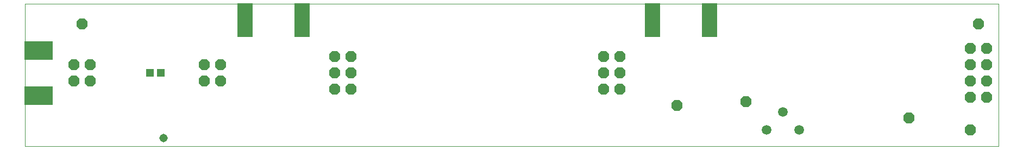
<source format=gbr>
G75*
%MOIN*%
%OFA0B0*%
%FSLAX24Y24*%
%IPPOS*%
%LPD*%
%AMOC8*
5,1,8,0,0,1.08239X$1,22.5*
%
%ADD10C,0.0000*%
%ADD11OC8,0.0680*%
%ADD12C,0.0595*%
%ADD13R,0.0513X0.0474*%
%ADD14R,0.1730X0.1130*%
%ADD15R,0.0980X0.2080*%
%ADD16C,0.0516*%
D10*
X003851Y002794D02*
X003851Y011539D01*
X063593Y011539D01*
X063593Y002794D01*
X003851Y002794D01*
X003851Y005094D02*
X003851Y009494D01*
X016901Y011544D02*
X021301Y011544D01*
X041901Y011544D02*
X046301Y011544D01*
D11*
X040351Y008294D03*
X039351Y008294D03*
X039351Y007294D03*
X040351Y007294D03*
X040351Y006294D03*
X039351Y006294D03*
X043851Y005294D03*
X048101Y005544D03*
X058101Y004544D03*
X061851Y003794D03*
X061851Y005794D03*
X062851Y005794D03*
X062851Y006794D03*
X061851Y006794D03*
X061851Y007794D03*
X062851Y007794D03*
X062851Y008794D03*
X061851Y008794D03*
X062351Y010294D03*
X023851Y008294D03*
X022851Y008294D03*
X022851Y007294D03*
X023851Y007294D03*
X023851Y006294D03*
X022851Y006294D03*
X015851Y006794D03*
X014851Y006794D03*
X014851Y007794D03*
X015851Y007794D03*
X007851Y007794D03*
X006851Y007794D03*
X006851Y006794D03*
X007851Y006794D03*
X007351Y010294D03*
D12*
X049351Y003797D03*
X051351Y003797D03*
X050351Y004919D03*
D13*
X012185Y007294D03*
X011516Y007294D03*
D14*
X004683Y005919D03*
X004683Y008670D03*
D15*
X017361Y010534D03*
X020841Y010534D03*
X042361Y010534D03*
X045841Y010534D03*
D16*
X012351Y003294D03*
M02*

</source>
